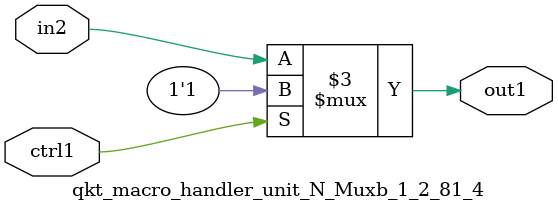
<source format=v>

`timescale 1ps / 1ps


module qkt_macro_handler_unit_N_Muxb_1_2_81_4( in2, ctrl1, out1 );

    input in2;
    input ctrl1;
    output out1;
    reg out1;

    
    // rtl_process:qkt_macro_handler_unit_N_Muxb_1_2_81_4/qkt_macro_handler_unit_N_Muxb_1_2_81_4_thread_1
    always @*
      begin : qkt_macro_handler_unit_N_Muxb_1_2_81_4_thread_1
        case (ctrl1) 
          1'b1: 
            begin
              out1 = 1'b1;
            end
          default: 
            begin
              out1 = in2;
            end
        endcase
      end

endmodule



</source>
